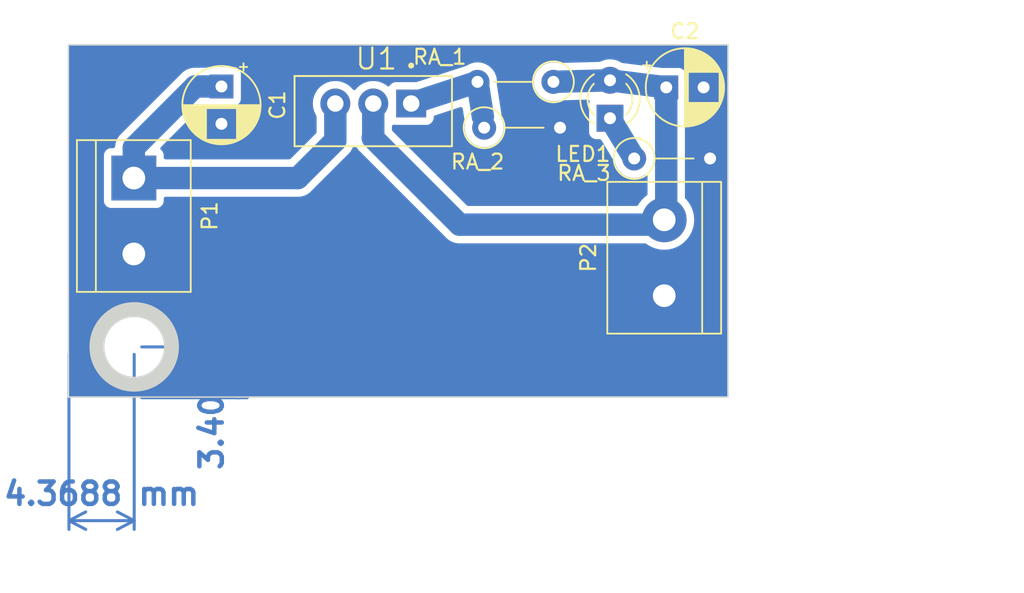
<source format=kicad_pcb>
(kicad_pcb (version 20221018) (generator pcbnew)
  (layers (0 "F.Cu" signal) (31 "B.Cu" signal) (34 "B.Paste" user) (35 "F.Paste" user) (36 "B.SilkS" user "B.Silkscreen") (37 "F.SilkS" user "F.Silkscreen") (38 "B.Mask" user) (39 "F.Mask" user) (44 "Edge.Cuts" user))
  (net 0 "")
  (net 1 "18V")
  (net 2 "GND")
  (net 3 "8V")
  (net 4 "Net-(LED1-K)")
  (net 5 "Net-(U1-ADJ)")
  (footprint "Resistor_THT:R_Axial_DIN0207_L6.3mm_D2.5mm_P5.08mm_Vertical" (layer "F.Cu") (at 173.25 89.24)
    (fp_text reference "RA_3" (at -3.36 0.98) (layer "F.SilkS"))
    (fp_text value "1k")
    (fp_line (start 1.37 0) (end 3.98 0) (stroke (width 0.12)) (layer "F.SilkS"))
    (fp_circle (center 0 0) (end 1.37 0) (stroke (width 0.12)) (fill none) (layer "F.SilkS"))
    (pad "1" thru_hole circle (at 0 0) (size 1.6 1.6) (drill 0.8) (layers "*.Cu" "*.Mask") (net 4 "Net-(LED1-K)"))
    (pad "2" thru_hole oval (at 5.08 0) (size 1.6 1.6) (drill 0.8) (layers "*.Cu" "*.Mask") (net 2 "GND"))
  )
  (footprint "TerminalBlock:TerminalBlock_bornier-2_P5.08mm" (layer "F.Cu") (at 139.7508 90.551 -90)
    (fp_text reference "P1" (at 2.54 -5.08 -90) (layer "F.SilkS"))
    (fp_text value "282837-2")
    (fp_line (start -2.54 -3.81) (end -2.54 3.81) (stroke (width 0.12)) (layer "F.SilkS"))
    (fp_line (start -2.54 3.81) (end 7.62 3.81) (stroke (width 0.12)) (layer "F.SilkS"))
    (fp_line (start 7.62 -3.81) (end -2.54 -3.81) (stroke (width 0.12)) (layer "F.SilkS"))
    (fp_line (start 7.62 2.54) (end -2.54 2.54) (stroke (width 0.12)) (layer "F.SilkS"))
    (fp_line (start 7.62 3.81) (end 7.62 -3.81) (stroke (width 0.12)) (layer "F.SilkS"))
    (pad "1" thru_hole rect (at 0 0 270) (size 3 3) (drill 1.52) (layers "*.Cu" "*.Mask") (net 1 "18V"))
    (pad "2" thru_hole circle (at 5.08 0 270) (size 3 3) (drill 1.52) (layers "*.Cu" "*.Mask") (net 2 "GND"))
  )
  (footprint "Maraca:TO254P1054X470X1955-3" (layer "F.Cu") (at 155.78 85.56 180)
    (fp_text reference "U1" (at -0.2014 2.9846) (layer "F.SilkS") (effects (font (size 1.4 1.4))))
    (fp_text value "LM338T")
    (fp_line (start -5.27 -2.86) (end -5.27 1.84) (stroke (width 0.127)) (layer "F.SilkS"))
    (fp_line (start -5.27 1.84) (end 5.27 1.84) (stroke (width 0.127)) (layer "F.SilkS"))
    (fp_line (start 5.27 -2.86) (end -5.27 -2.86) (stroke (width 0.127)) (layer "F.SilkS"))
    (fp_line (start 5.27 1.84) (end 5.27 -2.86) (stroke (width 0.127)) (layer "F.SilkS"))
    (fp_circle (center -2.54 2.54) (end -2.44 2.54) (stroke (width 0.2)) (fill none) (layer "F.SilkS"))
    (pad "1" thru_hole rect (at -2.54 0 180) (size 2 1.86) (drill 1.1) (layers "*.Cu" "*.Mask") (net 5 "Net-(U1-ADJ)"))
    (pad "2" thru_hole circle (at 0 0 180) (size 2 2) (drill 1.1) (layers "*.Cu" "*.Mask") (net 3 "8V"))
    (pad "3" thru_hole circle (at 2.54 0 180) (size 2 2) (drill 1.1) (layers "*.Cu" "*.Mask") (net 1 "18V"))
  )
  (footprint "Resistor_THT:R_Axial_DIN0207_L6.3mm_D2.5mm_P5.08mm_Vertical" (layer "F.Cu") (at 167.84 84.11 180)
    (fp_text reference "RA_1" (at 7.61 1.67) (layer "F.SilkS"))
    (fp_text value "220")
    (fp_line (start 1.37 0) (end 3.98 0) (stroke (width 0.12)) (layer "F.SilkS"))
    (fp_circle (center 0 0) (end 1.37 0) (stroke (width 0.12)) (fill none) (layer "F.SilkS"))
    (pad "1" thru_hole circle (at 0 0 180) (size 1.6 1.6) (drill 0.8) (layers "*.Cu" "*.Mask") (net 3 "8V"))
    (pad "2" thru_hole oval (at 5.08 0 180) (size 1.6 1.6) (drill 0.8) (layers "*.Cu" "*.Mask") (net 5 "Net-(U1-ADJ)"))
  )
  (footprint "Resistor_THT:R_Axial_DIN0207_L6.3mm_D2.5mm_P5.08mm_Vertical" (layer "F.Cu") (at 163.205 87.18)
    (fp_text reference "RA_2" (at -0.4418 2.2788) (layer "F.SilkS"))
    (fp_text value "1.2k")
    (fp_line (start 1.37 0) (end 3.98 0) (stroke (width 0.12)) (layer "F.SilkS"))
    (fp_circle (center 0 0) (end 1.37 0) (stroke (width 0.12)) (fill none) (layer "F.SilkS"))
    (pad "1" thru_hole circle (at 0 0) (size 1.6 1.6) (drill 0.8) (layers "*.Cu" "*.Mask") (net 5 "Net-(U1-ADJ)"))
    (pad "2" thru_hole oval (at 5.08 0) (size 1.6 1.6) (drill 0.8) (layers "*.Cu" "*.Mask") (net 2 "GND"))
  )
  (footprint "TerminalBlock:TerminalBlock_bornier-2_P5.08mm" (layer "F.Cu") (at 175.26 98.425 90)
    (fp_text reference "P2" (at 2.54 -5.08 90) (layer "F.SilkS"))
    (fp_text value "282837-2")
    (fp_line (start -2.54 -3.81) (end -2.54 3.81) (stroke (width 0.12)) (layer "F.SilkS"))
    (fp_line (start -2.54 3.81) (end 7.62 3.81) (stroke (width 0.12)) (layer "F.SilkS"))
    (fp_line (start 7.62 -3.81) (end -2.54 -3.81) (stroke (width 0.12)) (layer "F.SilkS"))
    (fp_line (start 7.62 2.54) (end -2.54 2.54) (stroke (width 0.12)) (layer "F.SilkS"))
    (fp_line (start 7.62 3.81) (end 7.62 -3.81) (stroke (width 0.12)) (layer "F.SilkS"))
    (pad "1" thru_hole rect (at 0 0 90) (size 3 3) (drill 1.52) (layers "*.Cu" "*.Mask") (net 2 "GND"))
    (pad "2" thru_hole circle (at 5.08 0 90) (size 3 3) (drill 1.52) (layers "*.Cu" "*.Mask") (net 3 "8V"))
  )
  (footprint "Capacitor_THT:CP_Radial_D5.0mm_P2.50mm" (layer "F.Cu") (at 175.394888 84.48)
    (fp_text reference "C2" (at 1.25 -3.75) (layer "F.SilkS"))
    (fp_text value "100u")
    (fp_line (start -1.554775 -1.475) (end -1.054775 -1.475) (stroke (width 0.12)) (layer "F.SilkS"))
    (fp_line (start -1.304775 -1.725) (end -1.304775 -1.225) (stroke (width 0.12)) (layer "F.SilkS"))
    (fp_line (start 1.25 -2.58) (end 1.25 2.58) (stroke (width 0.12)) (layer "F.SilkS"))
    (fp_line (start 1.29 -2.58) (end 1.29 2.58) (stroke (width 0.12)) (layer "F.SilkS"))
    (fp_line (start 1.33 -2.579) (end 1.33 2.579) (stroke (width 0.12)) (layer "F.SilkS"))
    (fp_line (start 1.37 -2.578) (end 1.37 2.578) (stroke (width 0.12)) (layer "F.SilkS"))
    (fp_line (start 1.41 -2.576) (end 1.41 2.576) (stroke (width 0.12)) (layer "F.SilkS"))
    (fp_line (start 1.45 -2.573) (end 1.45 2.573) (stroke (width 0.12)) (layer "F.SilkS"))
    (fp_line (start 1.49 -2.569) (end 1.49 -1.04) (stroke (width 0.12)) (layer "F.SilkS"))
    (fp_line (start 1.49 1.04) (end 1.49 2.569) (stroke (width 0.12)) (layer "F.SilkS"))
    (fp_line (start 1.53 -2.565) (end 1.53 -1.04) (stroke (width 0.12)) (layer "F.SilkS"))
    (fp_line (start 1.53 1.04) (end 1.53 2.565) (stroke (width 0.12)) (layer "F.SilkS"))
    (fp_line (start 1.57 -2.561) (end 1.57 -1.04) (stroke (width 0.12)) (layer "F.SilkS"))
    (fp_line (start 1.57 1.04) (end 1.57 2.561) (stroke (width 0.12)) (layer "F.SilkS"))
    (fp_line (start 1.61 -2.556) (end 1.61 -1.04) (stroke (width 0.12)) (layer "F.SilkS"))
    (fp_line (start 1.61 1.04) (end 1.61 2.556) (stroke (width 0.12)) (layer "F.SilkS"))
    (fp_line (start 1.65 -2.55) (end 1.65 -1.04) (stroke (width 0.12)) (layer "F.SilkS"))
    (fp_line (start 1.65 1.04) (end 1.65 2.55) (stroke (width 0.12)) (layer "F.SilkS"))
    (fp_line (start 1.69 -2.543) (end 1.69 -1.04) (stroke (width 0.12)) (layer "F.SilkS"))
    (fp_line (start 1.69 1.04) (end 1.69 2.543) (stroke (width 0.12)) (layer "F.SilkS"))
    (fp_line (start 1.73 -2.536) (end 1.73 -1.04) (stroke (width 0.12)) (layer "F.SilkS"))
    (fp_line (start 1.73 1.04) (end 1.73 2.536) (stroke (width 0.12)) (layer "F.SilkS"))
    (fp_line (start 1.77 -2.528) (end 1.77 -1.04) (stroke (width 0.12)) (layer "F.SilkS"))
    (fp_line (start 1.77 1.04) (end 1.77 2.528) (stroke (width 0.12)) (layer "F.SilkS"))
    (fp_line (start 1.81 -2.52) (end 1.81 -1.04) (stroke (width 0.12)) (layer "F.SilkS"))
    (fp_line (start 1.81 1.04) (end 1.81 2.52) (stroke (width 0.12)) (layer "F.SilkS"))
    (fp_line (start 1.85 -2.511) (end 1.85 -1.04) (stroke (width 0.12)) (layer "F.SilkS"))
    (fp_line (start 1.85 1.04) (end 1.85 2.511) (stroke (width 0.12)) (layer "F.SilkS"))
    (fp_line (start 1.89 -2.501) (end 1.89 -1.04) (stroke (width 0.12)) (layer "F.SilkS"))
    (fp_line (start 1.89 1.04) (end 1.89 2.501) (stroke (width 0.12)) (layer "F.SilkS"))
    (fp_line (start 1.93 -2.491) (end 1.93 -1.04) (stroke (width 0.12)) (layer "F.SilkS"))
    (fp_line (start 1.93 1.04) (end 1.93 2.491) (stroke (width 0.12)) (layer "F.SilkS"))
    (fp_line (start 1.971 -2.48) (end 1.971 -1.04) (stroke (width 0.12)) (layer "F.SilkS"))
    (fp_line (start 1.971 1.04) (end 1.971 2.48) (stroke (width 0.12)) (layer "F.SilkS"))
    (fp_line (start 2.011 -2.468) (end 2.011 -1.04) (stroke (width 0.12)) (layer "F.SilkS"))
    (fp_line (start 2.011 1.04) (end 2.011 2.468) (stroke (width 0.12)) (layer "F.SilkS"))
    (fp_line (start 2.051 -2.455) (end 2.051 -1.04) (stroke (width 0.12)) (layer "F.SilkS"))
    (fp_line (start 2.051 1.04) (end 2.051 2.455) (stroke (width 0.12)) (layer "F.SilkS"))
    (fp_line (start 2.091 -2.442) (end 2.091 -1.04) (stroke (width 0.12)) (layer "F.SilkS"))
    (fp_line (start 2.091 1.04) (end 2.091 2.442) (stroke (width 0.12)) (layer "F.SilkS"))
    (fp_line (start 2.131 -2.428) (end 2.131 -1.04) (stroke (width 0.12)) (layer "F.SilkS"))
    (fp_line (start 2.131 1.04) (end 2.131 2.428) (stroke (width 0.12)) (layer "F.SilkS"))
    (fp_line (start 2.171 -2.414) (end 2.171 -1.04) (stroke (width 0.12)) (layer "F.SilkS"))
    (fp_line (start 2.171 1.04) (end 2.171 2.414) (stroke (width 0.12)) (layer "F.SilkS"))
    (fp_line (start 2.211 -2.398) (end 2.211 -1.04) (stroke (width 0.12)) (layer "F.SilkS"))
    (fp_line (start 2.211 1.04) (end 2.211 2.398) (stroke (width 0.12)) (layer "F.SilkS"))
    (fp_line (start 2.251 -2.382) (end 2.251 -1.04) (stroke (width 0.12)) (layer "F.SilkS"))
    (fp_line (start 2.251 1.04) (end 2.251 2.382) (stroke (width 0.12)) (layer "F.SilkS"))
    (fp_line (start 2.291 -2.365) (end 2.291 -1.04) (stroke (width 0.12)) (layer "F.SilkS"))
    (fp_line (start 2.291 1.04) (end 2.291 2.365) (stroke (width 0.12)) (layer "F.SilkS"))
    (fp_line (start 2.331 -2.348) (end 2.331 -1.04) (stroke (width 0.12)) (layer "F.SilkS"))
    (fp_line (start 2.331 1.04) (end 2.331 2.348) (stroke (width 0.12)) (layer "F.SilkS"))
    (fp_line (start 2.371 -2.329) (end 2.371 -1.04) (stroke (width 0.12)) (layer "F.SilkS"))
    (fp_line (start 2.371 1.04) (end 2.371 2.329) (stroke (width 0.12)) (layer "F.SilkS"))
    (fp_line (start 2.411 -2.31) (end 2.411 -1.04) (stroke (width 0.12)) (layer "F.SilkS"))
    (fp_line (start 2.411 1.04) (end 2.411 2.31) (stroke (width 0.12)) (layer "F.SilkS"))
    (fp_line (start 2.451 -2.29) (end 2.451 -1.04) (stroke (width 0.12)) (layer "F.SilkS"))
    (fp_line (start 2.451 1.04) (end 2.451 2.29) (stroke (width 0.12)) (layer "F.SilkS"))
    (fp_line (start 2.491 -2.268) (end 2.491 -1.04) (stroke (width 0.12)) (layer "F.SilkS"))
    (fp_line (start 2.491 1.04) (end 2.491 2.268) (stroke (width 0.12)) (layer "F.SilkS"))
    (fp_line (start 2.531 -2.247) (end 2.531 -1.04) (stroke (width 0.12)) (layer "F.SilkS"))
    (fp_line (start 2.531 1.04) (end 2.531 2.247) (stroke (width 0.12)) (layer "F.SilkS"))
    (fp_line (start 2.571 -2.224) (end 2.571 -1.04) (stroke (width 0.12)) (layer "F.SilkS"))
    (fp_line (start 2.571 1.04) (end 2.571 2.224) (stroke (width 0.12)) (layer "F.SilkS"))
    (fp_line (start 2.611 -2.2) (end 2.611 -1.04) (stroke (width 0.12)) (layer "F.SilkS"))
    (fp_line (start 2.611 1.04) (end 2.611 2.2) (stroke (width 0.12)) (layer "F.SilkS"))
    (fp_line (start 2.651 -2.175) (end 2.651 -1.04) (stroke (width 0.12)) (layer "F.SilkS"))
    (fp_line (start 2.651 1.04) (end 2.651 2.175) (stroke (width 0.12)) (layer "F.SilkS"))
    (fp_line (start 2.691 -2.149) (end 2.691 -1.04) (stroke (width 0.12)) (layer "F.SilkS"))
    (fp_line (start 2.691 1.04) (end 2.691 2.149) (stroke (width 0.12)) (layer "F.SilkS"))
    (fp_line (start 2.731 -2.122) (end 2.731 -1.04) (stroke (width 0.12)) (layer "F.SilkS"))
    (fp_line (start 2.731 1.04) (end 2.731 2.122) (stroke (width 0.12)) (layer "F.SilkS"))
    (fp_line (start 2.771 -2.095) (end 2.771 -1.04) (stroke (width 0.12)) (layer "F.SilkS"))
    (fp_line (start 2.771 1.04) (end 2.771 2.095) (stroke (width 0.12)) (layer "F.SilkS"))
    (fp_line (start 2.811 -2.065) (end 2.811 -1.04) (stroke (width 0.12)) (layer "F.SilkS"))
    (fp_line (start 2.811 1.04) (end 2.811 2.065) (stroke (width 0.12)) (layer "F.SilkS"))
    (fp_line (start 2.851 -2.035) (end 2.851 -1.04) (stroke (width 0.12)) (layer "F.SilkS"))
    (fp_line (start 2.851 1.04) (end 2.851 2.035) (stroke (width 0.12)) (layer "F.SilkS"))
    (fp_line (start 2.891 -2.004) (end 2.891 -1.04) (stroke (width 0.12)) (layer "F.SilkS"))
    (fp_line (start 2.891 1.04) (end 2.891 2.004) (stroke (width 0.12)) (layer "F.SilkS"))
    (fp_line (start 2.931 -1.971) (end 2.931 -1.04) (stroke (width 0.12)) (layer "F.SilkS"))
    (fp_line (start 2.931 1.04) (end 2.931 1.971) (stroke (width 0.12)) (layer "F.SilkS"))
    (fp_line (start 2.971 -1.937) (end 2.971 -1.04) (stroke (width 0.12)) (layer "F.SilkS"))
    (fp_line (start 2.971 1.04) (end 2.971 1.937) (stroke (width 0.12)) (layer "F.SilkS"))
    (fp_line (start 3.011 -1.901) (end 3.011 -1.04) (stroke (width 0.12)) (layer "F.SilkS"))
    (fp_line (start 3.011 1.04) (end 3.011 1.901) (stroke (width 0.12)) (layer "F.SilkS"))
    (fp_line (start 3.051 -1.864) (end 3.051 -1.04) (stroke (width 0.12)) (layer "F.SilkS"))
    (fp_line (start 3.051 1.04) (end 3.051 1.864) (stroke (width 0.12)) (layer "F.SilkS"))
    (fp_line (start 3.091 -1.826) (end 3.091 -1.04) (stroke (width 0.12)) (layer "F.SilkS"))
    (fp_line (start 3.091 1.04) (end 3.091 1.826) (stroke (width 0.12)) (layer "F.SilkS"))
    (fp_line (start 3.131 -1.785) (end 3.131 -1.04) (stroke (width 0.12)) (layer "F.SilkS"))
    (fp_line (start 3.131 1.04) (end 3.131 1.785) (stroke (width 0.12)) (layer "F.SilkS"))
    (fp_line (start 3.171 -1.743) (end 3.171 -1.04) (stroke (width 0.12)) (layer "F.SilkS"))
    (fp_line (start 3.171 1.04) (end 3.171 1.743) (stroke (width 0.12)) (layer "F.SilkS"))
    (fp_line (start 3.211 -1.699) (end 3.211 -1.04) (stroke (width 0.12)) (layer "F.SilkS"))
    (fp_line (start 3.211 1.04) (end 3.211 1.699) (stroke (width 0.12)) (layer "F.SilkS"))
    (fp_line (start 3.251 -1.653) (end 3.251 -1.04) (stroke (width 0.12)) (layer "F.SilkS"))
    (fp_line (start 3.251 1.04) (end 3.251 1.653) (stroke (width 0.12)) (layer "F.SilkS"))
    (fp_line (start 3.291 -1.605) (end 3.291 -1.04) (stroke (width 0.12)) (layer "F.SilkS"))
    (fp_line (start 3.291 1.04) (end 3.291 1.605) (stroke (width 0.12)) (layer "F.SilkS"))
    (fp_line (start 3.331 -1.554) (end 3.331 -1.04) (stroke (width 0.12)) (layer "F.SilkS"))
    (fp_line (start 3.331 1.04) (end 3.331 1.554) (stroke (width 0.12)) (layer "F.SilkS"))
    (fp_line (start 3.371 -1.5) (end 3.371 -1.04) (stroke (width 0.12)) (layer "F.SilkS"))
    (fp_line (start 3.371 1.04) (end 3.371 1.5) (stroke (width 0.12)) (layer "F.SilkS"))
    (fp_line (start 3.411 -1.443) (end 3.411 -1.04) (stroke (width 0.12)) (layer "F.SilkS"))
    (fp_line (start 3.411 1.04) (end 3.411 1.443) (stroke (width 0.12)) (layer "F.SilkS"))
    (fp_line (start 3.451 -1.383) (end 3.451 -1.04) (stroke (width 0.12)) (layer "F.SilkS"))
    (fp_line (start 3.451 1.04) (end 3.451 1.383) (stroke (width 0.12)) (layer "F.SilkS"))
    (fp_line (start 3.491 -1.319) (end 3.491 -1.04) (stroke (width 0.12)) (layer "F.SilkS"))
    (fp_line (start 3.491 1.04) (end 3.491 1.319) (stroke (width 0.12)) (layer "F.SilkS"))
    (fp_line (start 3.531 -1.251) (end 3.531 -1.04) (stroke (width 0.12)) (layer "F.SilkS"))
    (fp_line (start 3.531 1.04) (end 3.531 1.251) (stroke (width 0.12)) (layer "F.SilkS"))
    (fp_line (start 3.571 -1.178) (end 3.571 1.178) (stroke (width 0.12)) (layer "F.SilkS"))
    (fp_line (start 3.611 -1.098) (end 3.611 1.098) (stroke (width 0.12)) (layer "F.SilkS"))
    (fp_line (start 3.651 -1.011) (end 3.651 1.011) (stroke (width 0.12)) (layer "F.SilkS"))
    (fp_line (start 3.691 -0.915) (end 3.691 0.915) (stroke (width 0.12)) (layer "F.SilkS"))
    (fp_line (start 3.731 -0.805) (end 3.731 0.805) (stroke (width 0.12)) (layer "F.SilkS"))
    (fp_line (start 3.771 -0.677) (end 3.771 0.677) (stroke (width 0.12)) (layer "F.SilkS"))
    (fp_line (start 3.811 -0.518) (end 3.811 0.518) (stroke (width 0.12)) (layer "F.SilkS"))
    (fp_line (start 3.851 -0.284) (end 3.851 0.284) (stroke (width 0.12)) (layer "F.SilkS"))
    (fp_circle (center 1.25 0) (end 3.87 0) (stroke (width 0.12)) (fill none) (layer "F.SilkS"))
    (pad "1" thru_hole rect (at 0 0) (size 1.6 1.6) (drill 0.8) (layers "*.Cu" "*.Mask") (net 3 "8V"))
    (pad "2" thru_hole circle (at 2.5 0) (size 1.6 1.6) (drill 0.8) (layers "*.Cu" "*.Mask") (net 2 "GND"))
  )
  (footprint "LED_THT:LED_D3.0mm" (layer "F.Cu") (at 171.63 86.545 90)
    (fp_text reference "LED1" (at -2.4 -1.82) (layer "F.SilkS"))
    (fp_text value "LED")
    (fp_line (start -0.29 -1.236) (end -0.29 -1.08) (stroke (width 0.12)) (layer "F.SilkS"))
    (fp_line (start -0.29 1.08) (end -0.29 1.236) (stroke (width 0.12)) (layer "F.SilkS"))
    (fp_arc (start -0.29 -1.235516) (mid 1.366487 -1.987659) (end 2.942335 -1.078608) (stroke (width 0.12)) (layer "F.SilkS"))
    (fp_arc (start 0.229039 -1.08) (mid 1.270117 -1.5) (end 2.31113 -1.079837) (stroke (width 0.12)) (layer "F.SilkS"))
    (fp_arc (start 2.31113 1.079837) (mid 1.270117 1.5) (end 0.229039 1.08) (stroke (width 0.12)) (layer "F.SilkS"))
    (fp_arc (start 2.942335 1.078608) (mid 1.366487 1.987659) (end -0.29 1.235516) (stroke (width 0.12)) (layer "F.SilkS"))
    (pad "1" thru_hole rect (at 0 0 90) (size 1.8 1.8) (drill 0.8) (layers "*.Cu" "*.Mask") (net 4 "Net-(LED1-K)"))
    (pad "2" thru_hole circle (at 2.54 0 90) (size 1.8 1.8) (drill 0.8) (layers "*.Cu" "*.Mask") (net 3 "8V"))
  )
  (footprint "Capacitor_THT:CP_Radial_D5.0mm_P2.50mm" (layer "F.Cu") (at 145.6182 84.418288 -90)
    (fp_text reference "C1" (at 1.25 -3.75 90) (layer "F.SilkS"))
    (fp_text value "100u")
    (fp_line (start -1.554775 -1.475) (end -1.054775 -1.475) (stroke (width 0.12)) (layer "F.SilkS"))
    (fp_line (start -1.304775 -1.725) (end -1.304775 -1.225) (stroke (width 0.12)) (layer "F.SilkS"))
    (fp_line (start 1.25 -2.58) (end 1.25 2.58) (stroke (width 0.12)) (layer "F.SilkS"))
    (fp_line (start 1.29 -2.58) (end 1.29 2.58) (stroke (width 0.12)) (layer "F.SilkS"))
    (fp_line (start 1.33 -2.579) (end 1.33 2.579) (stroke (width 0.12)) (layer "F.SilkS"))
    (fp_line (start 1.37 -2.578) (end 1.37 2.578) (stroke (width 0.12)) (layer "F.SilkS"))
    (fp_line (start 1.41 -2.576) (end 1.41 2.576) (stroke (width 0.12)) (layer "F.SilkS"))
    (fp_line (start 1.45 -2.573) (end 1.45 2.573) (stroke (width 0.12)) (layer "F.SilkS"))
    (fp_line (start 1.49 -2.569) (end 1.49 -1.04) (stroke (width 0.12)) (layer "F.SilkS"))
    (fp_line (start 1.49 1.04) (end 1.49 2.569) (stroke (width 0.12)) (layer "F.SilkS"))
    (fp_line (start 1.53 -2.565) (end 1.53 -1.04) (stroke (width 0.12)) (layer "F.SilkS"))
    (fp_line (start 1.53 1.04) (end 1.53 2.565) (stroke (width 0.12)) (layer "F.SilkS"))
    (fp_line (start 1.57 -2.561) (end 1.57 -1.04) (stroke (width 0.12)) (layer "F.SilkS"))
    (fp_line (start 1.57 1.04) (end 1.57 2.561) (stroke (width 0.12)) (layer "F.SilkS"))
    (fp_line (start 1.61 -2.556) (end 1.61 -1.04) (stroke (width 0.12)) (layer "F.SilkS"))
    (fp_line (start 1.61 1.04) (end 1.61 2.556) (stroke (width 0.12)) (layer "F.SilkS"))
    (fp_line (start 1.65 -2.55) (end 1.65 -1.04) (stroke (width 0.12)) (layer "F.SilkS"))
    (fp_line (start 1.65 1.04) (end 1.65 2.55) (stroke (width 0.12)) (layer "F.SilkS"))
    (fp_line (start 1.69 -2.543) (end 1.69 -1.04) (stroke (width 0.12)) (layer "F.SilkS"))
    (fp_line (start 1.69 1.04) (end 1.69 2.543) (stroke (width 0.12)) (layer "F.SilkS"))
    (fp_line (start 1.73 -2.536) (end 1.73 -1.04) (stroke (width 0.12)) (layer "F.SilkS"))
    (fp_line (start 1.73 1.04) (end 1.73 2.536) (stroke (width 0.12)) (layer "F.SilkS"))
    (fp_line (start 1.77 -2.528) (end 1.77 -1.04) (stroke (width 0.12)) (layer "F.SilkS"))
    (fp_line (start 1.77 1.04) (end 1.77 2.528) (stroke (width 0.12)) (layer "F.SilkS"))
    (fp_line (start 1.81 -2.52) (end 1.81 -1.04) (stroke (width 0.12)) (layer "F.SilkS"))
    (fp_line (start 1.81 1.04) (end 1.81 2.52) (stroke (width 0.12)) (layer "F.SilkS"))
    (fp_line (start 1.85 -2.511) (end 1.85 -1.04) (stroke (width 0.12)) (layer "F.SilkS"))
    (fp_line (start 1.85 1.04) (end 1.85 2.511) (stroke (width 0.12)) (layer "F.SilkS"))
    (fp_line (start 1.89 -2.501) (end 1.89 -1.04) (stroke (width 0.12)) (layer "F.SilkS"))
    (fp_line (start 1.89 1.04) (end 1.89 2.501) (stroke (width 0.12)) (layer "F.SilkS"))
    (fp_line (start 1.93 -2.491) (end 1.93 -1.04) (stroke (width 0.12)) (layer "F.SilkS"))
    (fp_line (start 1.93 1.04) (end 1.93 2.491) (stroke (width 0.12)) (layer "F.SilkS"))
    (fp_line (start 1.971 -2.48) (end 1.971 -1.04) (stroke (width 0.12)) (layer "F.SilkS"))
    (fp_line (start 1.971 1.04) (end 1.971 2.48) (stroke (width 0.12)) (layer "F.SilkS"))
    (fp_line (start 2.011 -2.468) (end 2.011 -1.04) (stroke (width 0.12)) (layer "F.SilkS"))
    (fp_line (start 2.011 1.04) (end 2.011 2.468) (stroke (width 0.12)) (layer "F.SilkS"))
    (fp_line (start 2.051 -2.455) (end 2.051 -1.04) (stroke (width 0.12)) (layer "F.SilkS"))
    (fp_line (start 2.051 1.04) (end 2.051 2.455) (stroke (width 0.12)) (layer "F.SilkS"))
    (fp_line (start 2.091 -2.442) (end 2.091 -1.04) (stroke (width 0.12)) (layer "F.SilkS"))
    (fp_line (start 2.091 1.04) (end 2.091 2.442) (stroke (width 0.12)) (layer "F.SilkS"))
    (fp_line (start 2.131 -2.428) (end 2.131 -1.04) (stroke (width 0.12)) (layer "F.SilkS"))
    (fp_line (start 2.131 1.04) (end 2.131 2.428) (stroke (width 0.12)) (layer "F.SilkS"))
    (fp_line (start 2.171 -2.414) (end 2.171 -1.04) (stroke (width 0.12)) (layer "F.SilkS"))
    (fp_line (start 2.171 1.04) (end 2.171 2.414) (stroke (width 0.12)) (layer "F.SilkS"))
    (fp_line (start 2.211 -2.398) (end 2.211 -1.04) (stroke (width 0.12)) (layer "F.SilkS"))
    (fp_line (start 2.211 1.04) (end 2.211 2.398) (stroke (width 0.12)) (layer "F.SilkS"))
    (fp_line (start 2.251 -2.382) (end 2.251 -1.04) (stroke (width 0.12)) (layer "F.SilkS"))
    (fp_line (start 2.251 1.04) (end 2.251 2.382) (stroke (width 0.12)) (layer "F.SilkS"))
    (fp_line (start 2.291 -2.365) (end 2.291 -1.04) (stroke (width 0.12)) (layer "F.SilkS"))
    (fp_line (start 2.291 1.04) (end 2.291 2.365) (stroke (width 0.12)) (layer "F.SilkS"))
    (fp_line (start 2.331 -2.348) (end 2.331 -1.04) (stroke (width 0.12)) (layer "F.SilkS"))
    (fp_line (start 2.331 1.04) (end 2.331 2.348) (stroke (width 0.12)) (layer "F.SilkS"))
    (fp_line (start 2.371 -2.329) (end 2.371 -1.04) (stroke (width 0.12)) (layer "F.SilkS"))
    (fp_line (start 2.371 1.04) (end 2.371 2.329) (stroke (width 0.12)) (layer "F.SilkS"))
    (fp_line (start 2.411 -2.31) (end 2.411 -1.04) (stroke (width 0.12)) (layer "F.SilkS"))
    (fp_line (start 2.411 1.04) (end 2.411 2.31) (stroke (width 0.12)) (layer "F.SilkS"))
    (fp_line (start 2.451 -2.29) (end 2.451 -1.04) (stroke (width 0.12)) (layer "F.SilkS"))
    (fp_line (start 2.451 1.04) (end 2.451 2.29) (stroke (width 0.12)) (layer "F.SilkS"))
    (fp_line (start 2.491 -2.268) (end 2.491 -1.04) (stroke (width 0.12)) (layer "F.SilkS"))
    (fp_line (start 2.491 1.04) (end 2.491 2.268) (stroke (width 0.12)) (layer "F.SilkS"))
    (fp_line (start 2.531 -2.247) (end 2.531 -1.04) (stroke (width 0.12)) (layer "F.SilkS"))
    (fp_line (start 2.531 1.04) (end 2.531 2.247) (stroke (width 0.12)) (layer "F.SilkS"))
    (fp_line (start 2.571 -2.224) (end 2.571 -1.04) (stroke (width 0.12)) (layer "F.SilkS"))
    (fp_line (start 2.571 1.04) (end 2.571 2.224) (stroke (width 0.12)) (layer "F.SilkS"))
    (fp_line (start 2.611 -2.2) (end 2.611 -1.04) (stroke (width 0.12)) (layer "F.SilkS"))
    (fp_line (start 2.611 1.04) (end 2.611 2.2) (stroke (width 0.12)) (layer "F.SilkS"))
    (fp_line (start 2.651 -2.175) (end 2.651 -1.04) (stroke (width 0.12)) (layer "F.SilkS"))
    (fp_line (start 2.651 1.04) (end 2.651 2.175) (stroke (width 0.12)) (layer "F.SilkS"))
    (fp_line (start 2.691 -2.149) (end 2.691 -1.04) (stroke (width 0.12)) (layer "F.SilkS"))
    (fp_line (start 2.691 1.04) (end 2.691 2.149) (stroke (width 0.12)) (layer "F.SilkS"))
    (fp_line (start 2.731 -2.122) (end 2.731 -1.04) (stroke (width 0.12)) (layer "F.SilkS"))
    (fp_line (start 2.731 1.04) (end 2.731 2.122) (stroke (width 0.12)) (layer "F.SilkS"))
    (fp_line (start 2.771 -2.095) (end 2.771 -1.04) (stroke (width 0.12)) (layer "F.SilkS"))
    (fp_line (start 2.771 1.04) (end 2.771 2.095) (stroke (width 0.12)) (layer "F.SilkS"))
    (fp_line (start 2.811 -2.065) (end 2.811 -1.04) (stroke (width 0.12)) (layer "F.SilkS"))
    (fp_line (start 2.811 1.04) (end 2.811 2.065) (stroke (width 0.12)) (layer "F.SilkS"))
    (fp_line (start 2.851 -2.035) (end 2.851 -1.04) (stroke (width 0.12)) (layer "F.SilkS"))
    (fp_line (start 2.851 1.04) (end 2.851 2.035) (stroke (width 0.12)) (layer "F.SilkS"))
    (fp_line (start 2.891 -2.004) (end 2.891 -1.04) (stroke (width 0.12)) (layer "F.SilkS"))
    (fp_line (start 2.891 1.04) (end 2.891 2.004) (stroke (width 0.12)) (layer "F.SilkS"))
    (fp_line (start 2.931 -1.971) (end 2.931 -1.04) (stroke (width 0.12)) (layer "F.SilkS"))
    (fp_line (start 2.931 1.04) (end 2.931 1.971) (stroke (width 0.12)) (layer "F.SilkS"))
    (fp_line (start 2.971 -1.937) (end 2.971 -1.04) (stroke (width 0.12)) (layer "F.SilkS"))
    (fp_line (start 2.971 1.04) (end 2.971 1.937) (stroke (width 0.12)) (layer "F.SilkS"))
    (fp_line (start 3.011 -1.901) (end 3.011 -1.04) (stroke (width 0.12)) (layer "F.SilkS"))
    (fp_line (start 3.011 1.04) (end 3.011 1.901) (stroke (width 0.12)) (layer "F.SilkS"))
    (fp_line (start 3.051 -1.864) (end 3.051 -1.04) (stroke (width 0.12)) (layer "F.SilkS"))
    (fp_line (start 3.051 1.04) (end 3.051 1.864) (stroke (width 0.12)) (layer "F.SilkS"))
    (fp_line (start 3.091 -1.826) (end 3.091 -1.04) (stroke (width 0.12)) (layer "F.SilkS"))
    (fp_line (start 3.091 1.04) (end 3.091 1.826) (stroke (width 0.12)) (layer "F.SilkS"))
    (fp_line (start 3.131 -1.785) (end 3.131 -1.04) (stroke (width 0.12)) (layer "F.SilkS"))
    (fp_line (start 3.131 1.04) (end 3.131 1.785) (stroke (width 0.12)) (layer "F.SilkS"))
    (fp_line (start 3.171 -1.743) (end 3.171 -1.04) (stroke (width 0.12)) (layer "F.SilkS"))
    (fp_line (start 3.171 1.04) (end 3.171 1.743) (stroke (width 0.12)) (layer "F.SilkS"))
    (fp_line (start 3.211 -1.699) (end 3.211 -1.04) (stroke (width 0.12)) (layer "F.SilkS"))
    (fp_line (start 3.211 1.04) (end 3.211 1.699) (stroke (width 0.12)) (layer "F.SilkS"))
    (fp_line (start 3.251 -1.653) (end 3.251 -1.04) (stroke (width 0.12)) (layer "F.SilkS"))
    (fp_line (start 3.251 1.04) (end 3.251 1.653) (stroke (width 0.12)) (layer "F.SilkS"))
    (fp_line (start 3.291 -1.605) (end 3.291 -1.04) (stroke (width 0.12)) (layer "F.SilkS"))
    (fp_line (start 3.291 1.04) (end 3.291 1.605) (stroke (width 0.12)) (layer "F.SilkS"))
    (fp_line (start 3.331 -1.554) (end 3.331 -1.04) (stroke (width 0.12)) (layer "F.SilkS"))
    (fp_line (start 3.331 1.04) (end 3.331 1.554) (stroke (width 0.12)) (layer "F.SilkS"))
    (fp_line (start 3.371 -1.5) (end 3.371 -1.04) (stroke (width 0.12)) (layer "F.SilkS"))
    (fp_line (start 3.371 1.04) (end 3.371 1.5) (stroke (width 0.12)) (layer "F.SilkS"))
    (fp_line (start 3.411 -1.443) (end 3.411 -1.04) (stroke (width 0.12)) (layer "F.SilkS"))
    (fp_line (start 3.411 1.04) (end 3.411 1.443) (stroke (width 0.12)) (layer "F.SilkS"))
    (fp_line (start 3.451 -1.383) (end 3.451 -1.04) (stroke (width 0.12)) (layer "F.SilkS"))
    (fp_line (start 3.451 1.04) (end 3.451 1.383) (stroke (width 0.12)) (layer "F.SilkS"))
    (fp_line (start 3.491 -1.319) (end 3.491 -1.04) (stroke (width 0.12)) (layer "F.SilkS"))
    (fp_line (start 3.491 1.04) (end 3.491 1.319) (stroke (width 0.12)) (layer "F.SilkS"))
    (fp_line (start 3.531 -1.251) (end 3.531 -1.04) (stroke (width 0.12)) (layer "F.SilkS"))
    (fp_line (start 3.531 1.04) (end 3.531 1.251) (stroke (width 0.12)) (layer "F.SilkS"))
    (fp_line (start 3.571 -1.178) (end 3.571 1.178) (stroke (width 0.12)) (layer "F.SilkS"))
    (fp_line (start 3.611 -1.098) (end 3.611 1.098) (stroke (width 0.12)) (layer "F.SilkS"))
    (fp_line (start 3.651 -1.011) (end 3.651 1.011) (stroke (width 0.12)) (layer "F.SilkS"))
    (fp_line (start 3.691 -0.915) (end 3.691 0.915) (stroke (width 0.12)) (layer "F.SilkS"))
    (fp_line (start 3.731 -0.805) (end 3.731 0.805) (stroke (width 0.12)) (layer "F.SilkS"))
    (fp_line (start 3.771 -0.677) (end 3.771 0.677) (stroke (width 0.12)) (layer "F.SilkS"))
    (fp_line (start 3.811 -0.518) (end 3.811 0.518) (stroke (width 0.12)) (layer "F.SilkS"))
    (fp_line (start 3.851 -0.284) (end 3.851 0.284) (stroke (width 0.12)) (layer "F.SilkS"))
    (fp_circle (center 1.25 0) (end 3.87 0) (stroke (width 0.12)) (fill none) (layer "F.SilkS"))
    (pad "1" thru_hole rect (at 0 0 270) (size 1.6 1.6) (drill 0.8) (layers "*.Cu" "*.Mask") (net 1 "18V"))
    (pad "2" thru_hole circle (at 2.5 0 270) (size 1.6 1.6) (drill 0.8) (layers "*.Cu" "*.Mask") (net 2 "GND"))
  )
  (gr_circle (center 139.7762 101.854) (end 142.271742 101.854) (stroke (width 1)) (fill none) (layer "Edge.Cuts"))
  (gr_rect (start 135.37 81.63) (end 179.53 105.2114) (stroke (width 0.1)) (fill none) (layer "Edge.Cuts"))
  (dimension (type aligned) (layer "B.Cu") (pts (xy 139.7762 101.854) (xy 139.7762 105.2576)) (height -6.985) (gr_text "3,4036 mm" (at 144.9612 103.5558 90) (layer "B.Cu") (effects (font (size 1.5 1.5) (thickness 0.3)))) (format (prefix "") (suffix "") (units 3) (units_format 1) (precision 4)) (style (thickness 0.2) (arrow_length 1.27) (text_position_mode 0) (extension_height 0.58642) (extension_offset 0.5) keep_text_aligned))
  (dimension (type aligned) (layer "B.Cu") (pts (xy 139.7762 101.854) (xy 135.4074 101.854)) (height -11.6332) (gr_text "4,3688 mm" (at 137.5918 111.6872) (layer "B.Cu") (effects (font (size 1.5 1.5) (thickness 0.3)))) (format (prefix "") (suffix "") (units 3) (units_format 1) (precision 4)) (style (thickness 0.2) (arrow_length 1.27) (text_position_mode 0) (extension_height 0.58642) (extension_offset 0.5) keep_text_aligned))
  (segment (start 150.729 90.551) (end 153.24 88.04) (width 1.5) (layer "B.Cu") (net 1))
  (segment (start 139.7508 88.519) (end 143.851512 84.418288) (width 1.5) (layer "B.Cu") (net 1))
  (segment (start 139.7508 90.551) (end 150.729 90.551) (width 1.5) (layer "B.Cu") (net 1))
  (segment (start 143.851512 84.418288) (end 145.6182 84.418288) (width 1.5) (layer "B.Cu") (net 1))
  (segment (start 153.24 88.04) (end 153.24 85.56) (width 1.5) (layer "B.Cu") (net 1))
  (segment (start 139.7508 90.551) (end 139.7508 88.519) (width 1.5) (layer "B.Cu") (net 1))
  (segment (start 155.75 87.86) (end 161.56 93.67) (width 1.5) (layer "B.Cu") (net 3))
  (segment (start 161.56 93.67) (end 175.12 93.67) (width 1.5) (layer "B.Cu") (net 3))
  (segment (start 155.78 87.83) (end 155.75 87.86) (width 1.5) (layer "B.Cu") (net 3))
  (segment (start 175.12 93.67) (end 175.394888 93.395112) (width 1.5) (layer "B.Cu") (net 3))
  (segment (start 167.84 84.11) (end 171.63 84.005) (width 1.5) (layer "B.Cu") (net 3))
  (segment (start 175.394888 93.395112) (end 175.394888 84.48) (width 1.5) (layer "B.Cu") (net 3))
  (segment (start 171.63 84.005) (end 175.394888 84.48) (width 1.5) (layer "B.Cu") (net 3))
  (segment (start 155.78 85.56) (end 155.78 87.83) (width 1.5) (layer "B.Cu") (net 3))
  (segment (start 171.63 86.545) (end 173.25 89.24) (width 1.5) (layer "B.Cu") (net 4))
  (segment (start 162.76 84.11) (end 163.12 86.44) (width 1.5) (layer "B.Cu") (net 5))
  (segment (start 158.32 85.56) (end 162.76 84.11) (width 1.5) (layer "B.Cu") (net 5))
  (zone (net 2) (net_name "GND") (layer "B.Cu") (connect_pads yes (clearance 0.5)) (min_thickness 0.25) (fill yes (thermal_gap 0.5) (thermal_bridge_width 0.5))
    (polygon (pts (xy 130.83 78.63) (xy 181.73 78.95) (xy 182.8702 106.498) (xy 130.8902 106.988)))
  )
)
</source>
